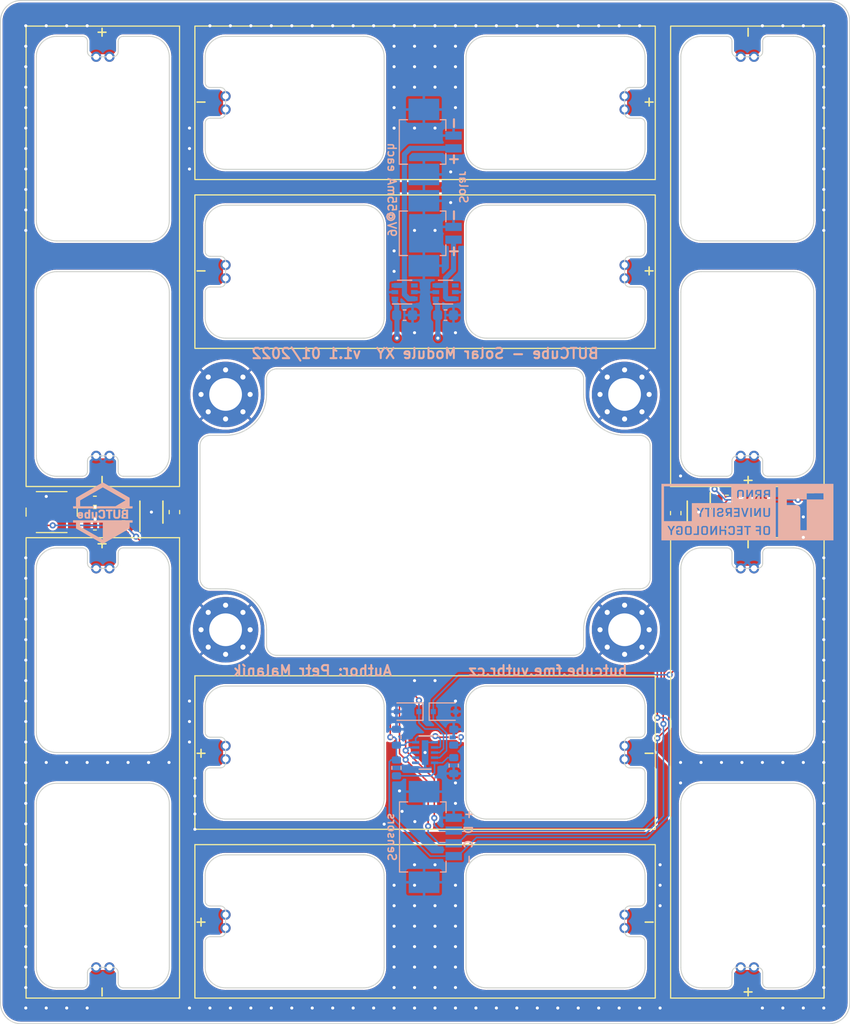
<source format=kicad_pcb>
(kicad_pcb (version 20211014) (generator pcbnew)

  (general
    (thickness 1.004)
  )

  (paper "A4")
  (title_block
    (title "BUTCube - Solar module XY")
    (date "2021-06-01")
    (rev "v1.0")
    (company "VUT")
    (comment 1 "Author: Petr Malaník")
  )

  (layers
    (0 "F.Cu" signal)
    (31 "B.Cu" signal)
    (34 "B.Paste" user)
    (35 "F.Paste" user)
    (36 "B.SilkS" user "B.Silkscreen")
    (37 "F.SilkS" user "F.Silkscreen")
    (38 "B.Mask" user)
    (39 "F.Mask" user)
    (40 "Dwgs.User" user "User.Drawings")
    (41 "Cmts.User" user "User.Comments")
    (42 "Eco1.User" user "User.Eco1")
    (43 "Eco2.User" user "User.Eco2")
    (44 "Edge.Cuts" user)
    (45 "Margin" user)
    (46 "B.CrtYd" user "B.Courtyard")
    (47 "F.CrtYd" user "F.Courtyard")
    (48 "B.Fab" user)
    (49 "F.Fab" user)
    (50 "User.1" user)
    (51 "User.2" user)
  )

  (setup
    (stackup
      (layer "F.SilkS" (type "Top Silk Screen"))
      (layer "F.Paste" (type "Top Solder Paste"))
      (layer "F.Mask" (type "Top Solder Mask") (color "Blue") (thickness 0.01))
      (layer "F.Cu" (type "copper") (thickness 0.017))
      (layer "dielectric 1" (type "core") (thickness 0.95) (material "FR4") (epsilon_r 4.5) (loss_tangent 0.02))
      (layer "B.Cu" (type "copper") (thickness 0.017))
      (layer "B.Mask" (type "Bottom Solder Mask") (color "Blue") (thickness 0.01))
      (layer "B.Paste" (type "Bottom Solder Paste"))
      (layer "B.SilkS" (type "Bottom Silk Screen"))
      (copper_finish "ENIG")
      (dielectric_constraints no)
    )
    (pad_to_mask_clearance 0)
    (pcbplotparams
      (layerselection 0x00010f0_ffffffff)
      (disableapertmacros false)
      (usegerberextensions true)
      (usegerberattributes true)
      (usegerberadvancedattributes true)
      (creategerberjobfile false)
      (svguseinch false)
      (svgprecision 6)
      (excludeedgelayer true)
      (plotframeref false)
      (viasonmask false)
      (mode 1)
      (useauxorigin false)
      (hpglpennumber 1)
      (hpglpenspeed 20)
      (hpglpendiameter 15.000000)
      (dxfpolygonmode true)
      (dxfimperialunits true)
      (dxfusepcbnewfont true)
      (psnegative false)
      (psa4output false)
      (plotreference false)
      (plotvalue false)
      (plotinvisibletext false)
      (sketchpadsonfab false)
      (subtractmaskfromsilk false)
      (outputformat 1)
      (mirror false)
      (drillshape 0)
      (scaleselection 1)
      (outputdirectory "gerbers")
    )
  )

  (net 0 "")
  (net 1 "Net-(SC1-Pad2)")
  (net 2 "Net-(SC3-Pad2)")
  (net 3 "VCC")
  (net 4 "/SDA")
  (net 5 "/SCL")
  (net 6 "/Solar_unit_1/OUT")
  (net 7 "/Solar_unit_2/OUT")
  (net 8 "/PH_1")
  (net 9 "Net-(R2-Pad2)")
  (net 10 "Net-(R4-Pad2)")
  (net 11 "Net-(R6-Pad2)")
  (net 12 "/PH_2")
  (net 13 "Net-(R10-Pad1)")
  (net 14 "Net-(R11-Pad2)")
  (net 15 "Net-(R13-Pad2)")
  (net 16 "unconnected-(U1-Pad3)")
  (net 17 "unconnected-(U2-Pad3)")
  (net 18 "Net-(R15-Pad2)")
  (net 19 "unconnected-(U3-Pad6)")
  (net 20 "unconnected-(U3-Pad7)")
  (net 21 "Net-(SC5-Pad2)")
  (net 22 "Net-(SC7-Pad2)")
  (net 23 "GND")
  (net 24 "Net-(SC2-Pad2)")
  (net 25 "Net-(C3-Pad1)")
  (net 26 "Net-(C4-Pad1)")
  (net 27 "Net-(SC6-Pad2)")

  (footprint "TCY_passives:R_0603_1608Metric" (layer "F.Cu") (at 117.225 94.1 180))

  (footprint "Package_DFN_QFN:DFN-8-1EP_3x2mm_P0.5mm_EP1.3x1.5mm" (layer "F.Cu") (at 176.25 94 -90))

  (footprint "TCY_solar:SM141K04LV" (layer "F.Cu") (at 149.5 54 180))

  (footprint "TCY_smd_leds:VEMD5160X" (layer "F.Cu") (at 186 94.1 -90))

  (footprint "MountingHole:MountingHole_3.2mm_M3_Pad_Via" (layer "F.Cu") (at 169 82.5))

  (footprint "TCY_passives:R_0603_1608Metric" (layer "F.Cu") (at 179 94))

  (footprint "TCY_solar:SM141K04LV" (layer "F.Cu") (at 149.5 117.5))

  (footprint "TCY_passives:R_0603_1608Metric" (layer "F.Cu") (at 179 92.8))

  (footprint "TCY_solar:SM141K04LV" (layer "F.Cu") (at 118 69 -90))

  (footprint "MountingHole:MountingHole_3.2mm_M3_Pad_Via" (layer "F.Cu") (at 130 105.5))

  (footprint "TCY_passives:R_0603_1608Metric" (layer "F.Cu") (at 117.225 92.9 180))

  (footprint "TCY_passives:R_0603_1608Metric" (layer "F.Cu") (at 120.025 92.9 180))

  (footprint "TCY_passives:R_0603_1608Metric" (layer "F.Cu") (at 181.8 92.8))

  (footprint "TCY_passives:R_0603_1608Metric" (layer "F.Cu") (at 181.8 95.2))

  (footprint "Resistor_SMD:R_0603_1608Metric" (layer "F.Cu") (at 174 94.1 90))

  (footprint "TCY_passives:R_0603_1608Metric" (layer "F.Cu") (at 120.025 94.1 180))

  (footprint "TCY_solar:SM141K04LV" (layer "F.Cu") (at 149.5 70.5 180))

  (footprint "TCY_passives:R_0603_1608Metric" (layer "F.Cu") (at 117.225 95.3 180))

  (footprint "TCY_passives:R_0603_1608Metric" (layer "F.Cu") (at 120.025 95.3 180))

  (footprint "TCY_solar:SM141K04LV" (layer "F.Cu") (at 149.5 134))

  (footprint "TCY_solar:SM141K04LV" (layer "F.Cu") (at 181 119 90))

  (footprint "Package_DFN_QFN:DFN-8-1EP_3x2mm_P0.5mm_EP1.3x1.5mm" (layer "F.Cu") (at 122.75 94 90))

  (footprint "TCY_solar:SM141K04LV" (layer "F.Cu") (at 181 69 90))

  (footprint "MountingHole:MountingHole_3.2mm_M3_Pad_Via" (layer "F.Cu") (at 169 105.5))

  (footprint "TCY_solar:SM141K04LV" (layer "F.Cu") (at 118 119 -90))

  (footprint "MountingHole:MountingHole_3.2mm_M3_Pad_Via" (layer "F.Cu") (at 130 82.5))

  (footprint "TCY_passives:R_0603_1608Metric" (layer "F.Cu") (at 181.8 94))

  (footprint "TCY_smd_leds:VEMD5160X" (layer "F.Cu") (at 113 94 90))

  (footprint "Resistor_SMD:R_0603_1608Metric" (layer "F.Cu") (at 125 94 -90))

  (footprint "TCY_passives:R_0603_1608Metric" (layer "F.Cu") (at 179 95.2))

  (footprint "TCY_connectors:Amphenol_10114830-11103LF_1x04_P1.25mm_Horizontal" (layer "B.Cu") (at 149.25 125.75 90))

  (footprint "Capacitor_SMD:C_0603_1608Metric" (layer "B.Cu") (at 151.5 74.75))

  (footprint "TCY_passives:C_0603_1608Metric" (layer "B.Cu") (at 152.3 116 90))

  (footprint "Diode_SMD:D_SOD-323F" (layer "B.Cu") (at 147.8 113.5 180))

  (footprint "Capacitor_SMD:C_0603_1608Metric" (layer "B.Cu") (at 147.5 74.75))

  (footprint "TCY_passives:C_0603_1608Metric" (layer "B.Cu") (at 146.7 116 90))

  (footprint "Package_TO_SOT_SMD:SOT-363_SC-70-6" (layer "B.Cu") (at 151.5 72.5))

  (footprint "TCY_passives:R_0603_1608Metric" (layer "B.Cu") (at 152.3 118.775 -90))

  (footprint "TCY_passives:R_0603_1608Metric" (layer "B.Cu") (at 146.7 119 -90))

  (footprint "TCY_connectors:Amphenol_10114830-11102LF_1x02_P1.25mm_Horizontal" (layer "B.Cu") (at 151.48 57.825 90))

  (footprint "LOGO" (layer "B.Cu") (at 118 94.1 180))

  (footprint "Package_DFN_QFN:DFN-10-1EP_2x3mm_P0.5mm_EP0.64x2.4mm" (layer "B.Cu") (at 149.5 117.5 180))

  (footprint "LOGO" (layer "B.Cu")
    (tedit 0) (tstamp cd74d053-e62a-45a3-9f24-631862f85655)
    (at 181 94 180)
    (attr board_only exclude_from_pos_files exclude_from_bom)
    (fp_text reference "G***" (at 0 0) (layer "B.SilkS") hide
      (effects (font (size 1.524 1.524) (thickness 0.3)) (justify mirror))
      (tstamp 7de04273-7eda-4419-ad6c-938bfee9f2d2)
    )
    (fp_text value "LOGO" (at 0.75 0) (layer "B.SilkS") hide
      (effects (font (size 1.524 1.524) (thickness 0.3)) (justify mirror))
      (tstamp f42c2843-70f0-463a-bc38-eee11dd73b5f)
    )
    (fp_poly (pts
        (xy -1.805083 -1.486763)
        (xy -1.790376 -1.487412)
        (xy -1.778783 -1.488622)
        (xy -1.769512 -1.490523)
        (xy -1.761769 -1.493249)
        (xy -1.754761 -1.49693)
        (xy -1.747693 -1.5017)
        (xy -1.739773 -1.507689)
        (xy -1.736837 -1.509955)
        (xy -1.720168 -1.522815)
        (xy -1.720168 -1.792278)
        (xy -1.720187 -1.841849)
        (xy -1.720246 -1.885461)
        (xy -1.720349 -1.923444)
        (xy -1.720503 -1.956128)
        (xy -1.72071 -1.983844)
        (xy -1.720977 -2.006923)
        (xy -1.721308 -2.025694)
        (xy -1.721708 -2.040488)
        (xy -1.722181 -2.051635)
        (xy -1.722732 -2.059466)
        (xy -1.723365 -2.064311)
        (xy -1.724087 -2.066499)
        (xy -1.724099 -2.066515)
        (xy -1.733604 -2.075597)
        (xy -1.746486 -2.084841)
        (xy -1.760121 -2.092524)
        (xy -1.7695 -2.096298)
        (xy -1.77534 -2.097605)
        (xy -1.783609 -2.098627)
        (xy -1.794951 -2.099387)
        (xy -1.810012 -2.099907)
        (xy -1.829436 -2.10021)
        (xy -1.853869 -2.100317)
        (xy -1.883408 -2.100254)
        (xy -1.909037 -2.10007)
        (xy -1.933722 -2.099755)
        (xy -1.956466 -2.099333)
        (xy -1.976272 -2.098825)
        (xy -1.992143 -2.098256)
        (xy -2.003082 -2.097649)
        (xy -2.005628 -2.097425)
        (xy -2.025945 -2.093275)
        (xy -2.041712 -2.085351)
        (xy -2.053697 -2.073245)
        (xy -2.055312 -2.070896)
        (xy -2.057599 -2.064061)
        (xy -2.059602 -2.051011)
        (xy -2.06132 -2.031816)
        (xy -2.062751 -2.006545)
        (xy -2.063892 -1.975266)
        (xy -2.064742 -1.938049)
        (xy -2.065298 -1.894962)
        (xy -2.065559 -1.846074)
        (xy -2.065523 -1.791455)
        (xy -2.065211 -1.734496)
        (xy -2.064886 -1.693409)
        (xy -2.064551 -1.658124)
        (xy -2.064177 -1.628153)
        (xy -2.063731 -1.603007)
        (xy -2.063182 -1.5822)
        (xy -2.062501 -1.565244)
        (xy -2.061656 -1.55165)
        (xy -2.060616 -1.54093)
        (xy -2.05935 -1.532598)
        (xy -2.057827 -1.526164)
        (xy -2.056017 -1.521142)
        (xy -2.053888 -1.517044)
        (xy -2.051409 -1.513381)
        (xy -2.051166 -1.513054)
        (xy -2.046508 -1.507384)
        (xy -2.041344 -1.502631)
        (xy -2.035097 -1.498707)
        (xy -2.027189 -1.495528)
        (xy -2.017046 -1.493007)
        (xy -2.004089 -1.491057)
        (xy -1.987742 -1.489593)
        (xy -1.967428 -1.488528)
        (xy -1.942572 -1.487776)
        (xy -1.912596 -1.487251)
        (xy -1.876923 -1.486867)
        (xy -1.875833 -1.486858)
        (xy -1.847018 -1.486618)
        (xy -1.8237 -1.486542)
      ) (layer "B.SilkS") (width 0) (fill solid) (tstamp 0ece2b87-02c1-4250-9204-efdee0b5a9d0))
    (fp_poly (pts
        (xy -1.101442 2.040263)
        (xy -1.06855 2.039959)
        (xy -1.041306 2.039646)
        (xy -1.019073 2.039242)
        (xy -1.00121 2.038667)
        (xy -0.987077 2.037841)
        (xy -0.976036 2.036682)
        (xy -0.967446 2.03511)
        (xy -0.960668 2.033045)
        (xy -0.955063 2.030406)
        (xy -0.94999 2.027113)
        (xy -0.94481 2.023084)
        (xy -0.941113 2.020057)
        (xy -0.933885 2.013947)
        (xy -0.928251 2.008304)
        (xy -0.923999 2.002257)
        (xy -0.920914 1.994933)
        (xy -0.918785 1.98546)
        (xy -0.917398 1.972966)
        (xy -0.916539 1.956579)
        (xy -0.915995 1.935427)
        (xy -0.915667 1.915984)
        (xy -0.915368 1.885272)
        (xy -0.915579 1.860138)
        (xy -0.916389 1.839886)
        (xy -0.917887 1.823817)
        (xy -0.920162 1.811236)
        (xy -0.923302 1.801445)
        (xy -0.927397 1.793747)
        (xy -0.931964 1.788041)
        (xy -0.93619 1.783767)
        (xy -0.94049 1.780201)
        (xy -0.945454 1.777274)
        (xy -0.951675 1.774914)
        (xy -0.959744 1.77305)
        (xy -0.970253 1.771612)
        (xy -0.983793 1.770528)
        (xy -1.000957 1.769729)
        (xy -1.022337 1.769142)
        (xy -1.048523 1.768699)
        (xy -1.080108 1.768327)
        (xy -1.098298 1.768143)
        (xy -1.22959 1.766856)
        (xy -1.22959 2.041424)
      ) (layer "B.SilkS") (width 0) (fill solid) (tstamp 311a70eb-5859-4da6-8fe4-344b06368e0f))
    (fp_poly (pts
        (xy 5.798927 -1.48589)
        (xy 5.824815 -1.485977)
        (xy 5.845789 -1.486262)
        (xy 5.862538 -1.486857)
        (xy 5.875751 -1.487876)
        (xy 5.886115 -1.489433)
        (xy 5.894319 -1.49164)
        (xy 5.90105 -1.494612)
        (xy 5.906997 -1.498462)
        (xy 5.912849 -1.503304)
        (xy 5.919292 -1.50925)
        (xy 5.921464 -1.511286)
        (xy 5.937254 -1.526055)
        (xy 5.937254 -2.062423)
        (xy 5.919172 -2.078404)
        (xy 5.908772 -2.08676)
        (xy 5.898489 -2.093653)
        (xy 5.890452 -2.097665)
        (xy 5.890083 -2.097784)
        (xy 5.883861 -2.098748)
        (xy 5.872291 -2.099633)
        (xy 5.856314 -2.100426)
        (xy 5.83687 -2.101114)
        (xy 5.814901 -2.101684)
        (xy 5.791347 -2.102122)
        (xy 5.767149 -2.102415)
        (xy 5.743249 -2.102552)
        (xy 5.720586 -2.102517)
        (xy 5.700103 -2.102299)
        (xy 5.68274 -2.101884)
        (xy 5.669437 -2.101259)
        (xy 5.665134 -2.100916)
        (xy 5.649417 -2.099011)
        (xy 5.637808 -2.096201)
        (xy 5.628122 -2.091517)
        (xy 5.618179 -2.083988)
        (xy 5.609611 -2.076238)
        (xy 5.594478 -2.062083)
        (xy 5.594478 -1.526107)
        (xy 5.611089 -1.510397)
        (xy 5.617533 -1.50438)
        (xy 5.623381 -1.499439)
        (xy 5.629308 -1.495466)
        (xy 5.635988 -1.492358)
        (xy 5.644096 -1.490007)
        (xy 5.654309 -1.488307)
        (xy 5.6673 -1.487154)
        (xy 5.683746 -1.486441)
        (xy 5.704321 -1.486063)
        (xy 5.7297 -1.485913)
        (xy 5.760559 -1.485886)
        (xy 5.767438 -1.485886)
      ) (layer "B.SilkS") (width 0) (fill solid) (tstamp 3fcf515a-b2e5-4769-a263-706606d34687))
    (fp_poly (pts
        (xy -1.94423 2.04012)
        (xy -1.910262 2.039691)
        (xy -1.882109 2.039196)
        (xy -1.859297 2.038615)
        (xy -1.84135 2.037928)
        (xy -1.827795 2.037115)
        (xy -1.818157 2.036158)
        (xy -1.811962 2.035037)
        (xy -1.810501 2.034595)
        (xy -1.79687 2.027731)
        (xy -1.784377 2.017856)
        (xy -1.774779 2.006595)
        (xy -1.770317 1.997507)
        (xy -1.769085 1.989661)
        (xy -1.768231 1.975876)
        (xy -1.767763 1.956491)
        (xy -1.767693 1.931847)
        (xy -1.767887 1.911433)
        (xy -1.768243 1.887767)
        (xy -1.768628 1.86955)
        (xy -1.769118 1.855943)
        (xy -1.769791 1.846106)
        (xy -1.770725 1.8392)
        (xy -1.771995 1.834384)
        (xy -1.773679 1.83082)
        (xy -1.77553 1.828098)
        (xy -1.780474 1.822236)
        (xy -1.786193 1.817309)
        (xy -1.793247 1.813237)
        (xy -1.802192 1.80994)
        (xy -1.813585 1.807341)
        (xy -1.827985 1.805359)
        (xy -1.845949 1.803917)
        (xy -1.868034 1.802934)
        (xy -1.894798 1.802332)
        (xy -1.926798 1.802033)
        (xy -1.959954 1.801955)
        (xy -2.066089 1.801932)
        (xy -2.066089 2.041443)
      ) (layer "B.SilkS") (width 0) (fill solid) (tstamp 437daa66-7365-482e-804c-8098c6a0905c))
    (fp_poly (pts
        (xy 1.755547 0.278042)
        (xy 1.798042 0.277029)
        (xy 1.83566 0.275778)
        (xy 1.868162 0.274306)
        (xy 1.895308 0.272625)
        (xy 1.916858 0.27075)
        (xy 1.932575 0.268697)
        (xy 1.941498 0.26672)
        (xy 1.956745 0.258741)
        (xy 1.968673 0.246145)
        (xy 1.975553 0.231759)
        (xy 1.976913 0.223815)
        (xy 1.977995 0.210747)
        (xy 1.978799 0.193714)
        (xy 1.979326 0.173874)
        (xy 1.979576 0.152387)
        (xy 1.97955 0.13041)
        (xy 1.979246 0.109105)
        (xy 1.978666 0.089628)
        (xy 1.977809 0.07314)
        (xy 1.976677 0.0608)
        (xy 1.975526 0.054533)
        (xy 1.971645 0.045318)
        (xy 1.965189 0.033737)
        (xy 1.957558 0.022299)
        (xy 1.943457 0.003145)
        (xy 1.808752 0.003145)
        (xy 1.780234 0.003192)
        (xy 1.753678 0.003328)
        (xy 1.72974 0.003542)
        (xy 1.709075 0.003823)
        (xy 1.692342 0.004163)
        (xy 1.680197 0.004551)
        (xy 1.673296 0.004976)
        (xy 1.671949 0.005241)
        (xy 1.671508 0.00873)
        (xy 1.671099 0.017856)
        (xy 1.670731 0.031965)
        (xy 1.670415 0.050405)
        (xy 1.670159 0.072522)
        (xy 1.669975 0.097665)
        (xy 1.669872 0.125179)
        (xy 1.669853 0.143539)
        (xy 1.669853 0.279741)
      ) (layer "B.SilkS") (width 0) (fill solid) (tstamp 70791199-43db-4ae1-bf3d-59e94aad8d59))
    (fp_poly (pts
        (xy 4.209143 -1.486055)
        (xy 4.232458 -1.48627)
        (xy 4.253659 -1.486599)
        (xy 4.271812 -1.487043)
        (xy 4.285983 -1.487602)
        (xy 4.295239 -1.488275)
        (xy 4.29705 -1.488521)
        (xy 4.305715 -1.490587)
        (xy 4.31333 -1.494174)
        (xy 4.321629 -1.500345)
        (xy 4.332343 -1.510164)
        (xy 4.332429 -1.510246)
        (xy 4.352309 -1.529336)
        (xy 4.352309 -2.058442)
        (xy 4.335799 -2.074702)
        (xy 4.328459 -2.081813)
        (xy 4.321875 -2.087538)
        (xy 4.315274 -2.092036)
        (xy 4.307885 -2.095464)
        (xy 4.298936 -2.097979)
        (xy 4.287654 -2.099739)
        (xy 4.273269 -2.100899)
        (xy 4.255006 -2.101618)
        (xy 4.232096 -2.102053)
        (xy 4.203765 -2.102362)
        (xy 4.19979 -2.102399)
        (xy 4.174601 -2.102552)
        (xy 4.150183 -2.102545)
        (xy 4.127601 -2.102388)
        (xy 4.107923 -2.102096)
        (xy 4.092216 -2.101678)
        (xy 4.081546 -2.101149)
        (xy 4.08029 -2.101047)
        (xy 4.064543 -2.09923)
        (xy 4.052813 -2.096413)
        (xy 4.042976 -2.091612)
        (xy 4.032909 -2.083846)
        (xy 4.022898 -2.074484)
        (xy 4.006389 -2.058442)
        (xy 4.006389 -1.529336)
        (xy 4.026307 -1.51021)
        (xy 4.039193 -1.49878)
        (xy 4.049666 -1.491772)
        (xy 4.05854 -1.488485)
        (xy 4.065159 -1.487776)
        (xy 4.077133 -1.487184)
        (xy 4.093528 -1.486707)
        (xy 4.113411 -1.486346)
        (xy 4.135847 -1.486101)
        (xy 4.159904 -1.48597)
        (xy 4.184647 -1.485955)
      ) (layer "B.SilkS") (width 0) (fill solid) (tstamp 72635b6d-f5d1-44fe-86b5-9bebc2da5d46))
    (fp_poly (pts
        (xy 8.399579 -2.764219)
        (xy -8.415303 -2.764219)
        (xy -8.415303 -2.515785)
        (xy -3.000074 -2.515785)
        (xy -2.779943 -2.515785)
        (xy -2.779943 -2.235904)
        (xy -1.323932 -2.235904)
        (xy -1.17613 -2.235904)
        (xy -1.17613 -1.855392)
        (xy -0.831782 -1.855396)
        (xy -0.834339 -1.793349)
        (xy -0.835202 -1.774242)
        (xy -0.836109 -1.757355)
        (xy -0.836995 -1.743667)
        (xy -0.837796 -1.734159)
        (xy -0.838447 -1.729811)
        (xy -0.838527 -1.729666)
        (xy -0.841901 -1.729304)
        (xy -0.850955 -1.728892)
        (xy -0.86508 -1.728442)
        (xy -0.883668 -1.727971)
        (xy -0.90611 -1.72749)
        (xy -0.931796 -1.727014)
        (xy -0.960119 -1.726558)
        (xy -0.990469 -1.726135)
        (xy -0.994778 -1.72608)
        (xy -1.025849 -1.725683)
        (xy -1.055378 -1.725297)
        (xy -1.082694 -1.724931)
        (xy -1.107124 -1.724594)
        (xy -1.127997 -1.724295)
        (xy -1.144642 -1.724045)
        (xy -1.156387 -1.723853)
        (xy -1.162561 -1.723727)
        (xy -1.162765 -1.723721)
        (xy -1.17613 -1.723313)
        (xy -1.17613 -1.484313)
        (xy -0.814486 -1.484313)
        (xy -0.814486 -1.355379)
        (xy -1.323932 -1.355379)
        (xy -1.323932 -2.235904)
        (xy -2.779943 -2.235904)
        (xy -2.779943 -1.798501)
        (xy -2.219919 -1.798501)
        (xy -2.219809 -1.835785)
        (xy -2.21957 -1.871984)
        (xy -2.219202 -1.906177)
        (xy -2.218705 -1.937442)
        (xy -2.218079 -1.964857)
        (xy -2.217324 -1.987501)
        (xy -2.21712 -1.992187)
        (xy -2.215226 -2.02606)
        (xy -2.212739 -2.054525)
        (xy -2.209371 -2.078455)
        (xy -2.204831 -2.098723)
        (xy -2.198833 -2.116204)
        (xy -2.191087 -2.131771)
        (xy -2.181303 -2.146298)
        (xy -2.169195 -2.160659)
        (xy -2.15741 -2.172841)
        (xy -2.144922 -2.184801)
        (xy -2.133025 -2.195076)
        (xy -2.121144 -2.203785)
        (xy -2.108707 -2.211046)
        (xy -2.095142 -2.21698)
        (xy -2.079874 -2.221703)
        (xy -2.062331 -2.225336)
        (xy -2.04194 -2.227996)
        (xy -2.018128 -2.229803)
        (xy -1.990321 -2.230876)
        (xy -1.957947 -2.231332)
        (xy -1.920433 -2.231292)
        (xy -1.877405 -2.230876)
        (xy -1.849059 -2.230456)
        (xy -1.821544 -2.229914)
        (xy -1.795766 -2.229276)
        (xy -1.772632 -2.228571)
        (xy -1.753049 -2.227826)
        (xy -1.737923 -2.227068)
        (xy -1.728162 -2.226327)
        (xy -1.72803 -2.226312)
        (xy -1.697676 -2.219914)
        (xy -1.668883 -2.20775)
        (xy -1.642258 -2.19027)
        (xy -1.618408 -2.167926)
        (xy -1.597941 -2.141169)
        (xy -1.586567 -2.121282)
        (xy -1.58085 -2.108996)
        (xy -1.577027 -2.0978)
        (xy -1.574462 -2.085294)
        (xy -1.57252 -2.069078)
        (xy -1.572383 -2.067661)
        (xy -1.571828 -2.058492)
        (xy -1.57133 -2.043668)
        (xy -1.570891 -2.023814)
        (xy -1.570511 -1.999555)
        (xy -1.570189 -1.971513)
        (xy -1.569926 -1.940315)
        (xy -1.56972 -1.906582)
        (xy -1.569574 -1.870941)
        (xy -1.569485 -1.834015)
        (xy -1.569455 -1.796428)
        (xy -1.569482 -1.758805)
        (xy -1.569568 -1.72177)
        (xy -1.569712 -1.685946)
        (xy -1.569914 -1.651959)
        (xy -1.570174 -1.620432)
        (xy -1.570492 -1.591989)
        (xy -1.570868 -1.567256)
        (xy -1.571302 -1.546855)
        (xy -1.571793 -1.531412)
        (xy -1.572343 -1.52155)
        (xy -1.572421 -1.520687)
        (xy -1.574856 -1.501579)
        (xy -1.578268 -1.486488)
        (xy -1.583199 -1.473158)
        (xy -1.584478 -1.470371)
        (xy -1.601322 -1.441259)
        (xy -1.62234 -1.415697)
        (xy -1.646794 -1.394262)
        (xy -1.673947 -1.377532)
        (xy -1.70306 -1.366083)
        (xy -1.723313 -1.361653)
        (xy -1.7339 -1.360561)
        (xy -1.749881 -1.359559)
        (xy -1.770363 -1.358658)
        (xy -1.794449 -1.357867)
        (xy -1.821245 -1.357197)
        (xy -1.849857 -1.356656)
        (xy -1.879391 -1.356256)
        (xy -1.90895 -1.356006)
        (xy -1.937642 -1.355916)
        (xy -1.964571 -1.355995)
        (xy -1.988842 -1.356255)
        (xy -2.009561 -1.356705)
        (xy -2.025834 -1.357354)
        (xy -2.036396 -1.35817)
        (xy -2.067999 -1.363362)
        (xy -2.095013 -1.371411)
        (xy -2.118745 -1.382993)
        (xy -2.140504 -1.398779)
        (xy -2.1616 -1.419446)
        (xy -2.166854 -1.425374)
        (xy -2.179631 -1.440958)
        (xy -2.189912 -1.455732)
        (xy -2.198016 -1.470707)
        (xy -2.204263 -1.486894)
        (xy -2.208971 -1.505305)
        (xy -2.21246 -1.526949)
        (xy -2.215048 -1.55284)
        (xy -2.217055 -1.583986)
        (xy -2.217085 -1.584554)
        (xy -2.217876 -1.603627)
        (xy -2.218538 -1.628065)
        (xy -2.219071 -1.656949)
        (xy -2.219476 -1.689356)
        (xy -2.219753 -1.724365)
        (xy -2.2199 -1.761054)
        (xy -2.219919 -1.798501)
        (xy -2.779943 -1.798501)
        (xy -2.779943 -1.352206)
        (xy -0.34592 -1.352206)
        (xy -0.34592 -1.484313)
        (xy -0.091197 -1.484313)
        (xy -0.091197 -2.232759)
        (xy 0.05658 -2.232759)
        (xy 0.471688 -2.232759)
        (xy 1.028327 -2.232759)
        (xy 2.069234 -2.232759)
        (xy 2.217036 -2.232759)
        (xy 2.217036 -1.855392)
        (xy 2.572391 -1.855392)
        (xy 2.572391 -2.232759)
        (xy 2.720193 -2.232759)
        (xy 2.959193 -2.232759)
        (xy 3.1154 -2.232759)
        (xy 3.117487 -2.062426)
        (xy 3.117915 -2.024944)
        (xy 3.118313 -1.985034)
        (xy 3.118672 -1.943971)
        (xy 3.118984 -1.903029)
        (xy 3.119239 -1.863483)
        (xy 3.119428 -1.826605)
        (xy 3.119543 -1.793672)
        (xy 3.119574 -1.769966)
        (xy 3.119633 -1.742951)
        (xy 3.1198 -1.718013)
        (xy 3.120062 -1.695825)
        (xy 3.120407 -1.677064)
        (xy 3.12082 -1.662405)
        (xy 3.121291 -1.652522)
        (xy 3.121804 -1.64809)
        (xy 3.121933 -1.647913)
        (xy 3.123787 -1.650592)
        (xy 3.128563 -1.658373)
        (xy 3.136053 -1.670902)
        (xy 3.146051 -1.687823)
        (xy 3.158349 -1.708781)
        (xy 3.172742 -1.733423)
        (xy 3.189022 -1.761394)
        (xy 3.206982 -1.792338)
        (xy 3.226416 -1.825902)
        (xy 3.247117 -1.861731)
        (xy 3.268878 -1.899469)
        (xy 3.290807 -1.937569)
        (xy 3.313421 -1.976854)
        (xy 3.335195 -2.014593)
        (xy 3.355919 -2.05043)
        (xy 3.375385 -2.084008)
        (xy 3.393384 -2.11497)
        (xy 3.409708 -2.142959)
        (xy 3.424149 -2.167618)
        (xy 3.436498 -2.188592)
        (xy 3.446547 -2.205522)
        (xy 3.454087 -2.218052)
        (xy 3.458909 -2.225825)
        (xy 3.460791 -2.228483)
        (xy 3.464811 -2.228971)
        (xy 3.474183 -2.22961)
        (xy 3.48797 -2.230353)
        (xy 3.505237 -2.231151)
        (xy 3.525049 -2.231955)
        (xy 3.536419 -2.232374)
        (xy 3.557361 -2.233129)
        (xy 3.576399 -2.233839)
        (xy 3.592565 -2.234465)
        (xy 3.604889 -2.23497)
        (xy 3.612401 -2.235315)
        (xy 3.614083 -2.235419)
        (xy 3.61485 -2.235254)
        (xy 3.615542 -2.234412)
        (xy 3.616164 -2.23259)
        (xy 3.616718 -2.229483)
        (xy 3.61721 -2.224787)
        (xy 3.617642 -2.218197)
        (xy 3.618019 -2.209408)
        (xy 3.618343 -2.198116)
        (xy 3.61862 -2.184017)
        (xy 3.618853 -2.166806)
        (xy 3.619045 -2.146179)
        (xy 3.619201 -2.12183)
        (xy 3.619324 -2.093457)
        (xy 3.619418 -2.060753)
        (xy 3.619487 -2.023415)
        (xy 3.619534 -1.981138)
        (xy 3.619564 -1.933617)
        (xy 3.61958 -1.880549)
        (xy 3.619586 -1.821628)
        (xy 3.619587 -1.794069)
        (xy 3.619587 -1.708001)
        (xy 3.850509 -1.708001)
        (xy 3.850581 -1.740884)
        (xy 3.850781 -1.775456)
        (xy 3.851099 -1.811049)
        (xy 3.851527 -1.846994)
        (xy 3.852053 -1.882622)
        (xy 3.852669 -1.917264)
        (xy 3.853365 -1.95025)
        (xy 3.85413 -1.980914)
        (xy 3.854954 -2.008584)
        (xy 3.855829 -2.032593)
        (xy 3.856744 -2.052272)
        (xy 3.857689 -2.066951)
        (xy 3.858586 -2.075523)
        (xy 3.865846 -2.10334)
        (xy 3.878588 -2.130261)
        (xy 3.896006 -2.155485)
        (xy 3.917293 -2.178215)
        (xy 3.941641 -2.19765)
        (xy 3.968246 -2.21299)
        (xy 3.996299 -2.223438)
        (xy 4.011106 -2.226658)
        (xy 4.029429 -2.228948)
        (xy 4.053004 -2.230805)
        (xy 4.080806 -2.23222)
        (xy 4.111811 -2.233184)
        (xy 4.144995 -2.233688)
        (xy 4.179334 -2.233723)
        (xy 4.213803 -2.233279)
        (xy 4.232577 -2.232759)
        (xy 4.739111 -2.232759)
        (xy 5.257992 -2.232759)
        (xy 5.257992 -2.103877)
        (xy 4.89792 -2.102253)
        (xy 4.89719 -1.759617)
        (xy 5.438951 -1.759617)
        (xy 5.438973 -1.807351)
        (xy 5.438973 -1.808221)
        (xy 5.439133 -2.08024)
        (xy 5.456019 -2.110115)
        (xy 5.471438 -2.136414)
        (xy 5.485234 -2.157607)
        (xy 5.498065 -2.17445)
        (xy 5.510591 -2.187696)
        (xy 5.523471 -2.1981)
        (xy 5.537365 -2.206418)
        (xy 5.5422 -2.208794)
        (xy 5.55818 -2.215046)
        (xy 5.577532 -2.22029)
        (xy 5.600594 -2.22455)
        (xy 5.627703 -2.227848)
        (xy 5.659198 -2.230205)
        (xy 5.695415 -2.231643)
        (xy 5.736691 -2.232185)
        (xy 5.783365 -2.231852)
        (xy 5.835774 -2.230668)
        (xy 5.863353 -2.229793)
        (xy 5.891175 -2.228738)
        (xy 5.913674 -2.227546)
        (xy 5.931816 -2.226008)
        (xy 5.946568 -2.22391)
        (xy 5.958896 -2.221042)
        (xy 5.969766 -2.217192)
        (xy 5.980144 -2.21215)
        (xy 5.990996 -2.205704)
        (xy 5.99985 -2.199939)
        (xy 6.02289 -2.183115)
        (xy 6.041842 -2.16563)
        (xy 6.057112 -2.146661)
        (xy 6.069106 -2.125389)
        (xy 6.078229 -2.100992)
        (xy 6.084888 -2.072649)
        (xy 6.089488 -2.03954)
        (xy 6.091616 -2.014346)
        (xy 6.092262 -2.001209)
        (xy 6.092792 -1.98303)
        (xy 6.093211 -1.960452)
        (xy 6.093523 -1.93412)
        (xy 6.093731 -1.904678)
        (xy 6.09384 -1.872771)
        (xy 6.093849 -1.851429)
        (xy 6.330745 -1.851429)
        (xy 6.330898 -1.895266)
        (xy 6.331337 -1.934018)
        (xy 6.332088 -1.968087)
        (xy 6.333176 -1.997871)
        (xy 6.334625 -2.023772)
        (xy 6.336462 -2.04619)
        (xy 6.338711 -2.065526)
        (xy 6.341397 -2.082179)
        (xy 6.344545 -2.09655)
        (xy 6.348181 -2.10904)
        (xy 6.352329 -2.120049)
        (xy 6.354944 -2.125839)
        (xy 6.36191 -2.137126)
        (xy 6.372694 -2.150813)
        (xy 6.386023 -2.165603)
        (xy 6.400624 -2.180202)
        (xy 6.415225 -2.193316)
        (xy 6.428553 -2.203651)
        (xy 6.436063 -2.208336)
        (xy 6.460495 -2.218512)
        (xy 6.49051 -2.22581)
        (xy 6.5205 -2.229759)
        (xy 6.531636 -2.230403)
        (xy 6.547956 -2.230849)
        (xy 6.568512 -2.231112)
        (xy 6.592355 -2.231202)
        (xy 6.618535 -2.231132)
        (xy 6.646104 -2.230915)
        (xy 6.674113 -2.230561)
        (xy 6.701611 -2.230084)
        (xy 6.727651 -2.229496)
        (xy 6.751283 -2.228809)
        (xy 6.771558 -2.228034)
        (xy 6.787527 -2.227185)
        (xy 6.79824 -2.226273)
        (xy 6.798911 -2.226189)
        (xy 6.826764 -2.219517)
        (xy 6.853843 -2.207361)
        (xy 6.87933 -2.190525)
        (xy 6.90241 -2.169812)
        (xy 6.922268 -2.146027)
        (xy 6.938089 -2.119975)
        (xy 6.949057 -2.092461)
        (xy 6.953233 -2.073951)
        (xy 6.95401 -2.066039)
        (xy 6.954808 -2.052636)
        (xy 6.955602 -2.034542)
        (xy 6.956364 -2.012554)
        (xy 6.957069 -1.987473)
        (xy 6.957689 -1.960095)
        (xy 6.958198 -1.93122)
        (xy 6.958369 -1.919072)
        (xy 6.960104 -1.786208)
        (xy 6.635384 -1.786208)
        (xy 6.635384 -1.918286)
        (xy 6.811489 -1.918286)
        (xy 6.811378 -1.939513)
        (xy 6.810877 -1.962985)
        (xy 6.809691 -1.986317)
        (xy 6.807938 -2.008355)
        (xy 6.805733 -2.027946)
        (xy 6.803193 -2.043937)
        (xy 6.800433 -2.055172)
        (xy 6.799495 -2.057638)
        (xy 6.791935 -2.069532)
        (xy 6.780533 -2.081574)
        (xy 6.76738 -2.091822)
        (xy 6.756356 -2.097685)
        (xy 6.750647 -2.098667)
        (xy 6.739608 -2.099474)
        (xy 6.724198 -2.100108)
        (xy 6.705372 -2.100568)
        (xy 6.684089 -2.100856)
        (xy 6.661306 -2.100972)
        (xy 6.637981 -2.100916)
        (xy 6.61507 -2.100689)
        (xy 6.593532 -2.100291)
        (xy 6.574324 -2.099724)
        (xy 6.558402 -2.098986)
        (xy 6.546726 -2.098079)
        (xy 6.54287 -2.097577)
        (xy 6.525169 -2.093097)
        (xy 6.511535 -2.085659)
        (xy 6.501372 -2.074534)
        (xy 6.494085 -2.058995)
        (xy 6.489078 -2.038313)
        (xy 6.487827 -2.030251)
        (xy 6.487146 -2.022053)
        (xy 6.486539 -2.008231)
        (xy 6.486008 -1.98945)
        (xy 6.485552 -1.966374)
        (xy 6.485171 -1.93967)
        (xy 6.484865 -1.91)
        (xy 6.484635 -1.878032)
        (xy 6.48448 -1.844429)
        (xy 6.484401 -1.809856)
        (xy 6.484398 -1.774979)
        (xy 6.484471 -1.740462)
        (xy 6.48462 -1.70697)
        (xy 6.484846 -1.675168)
        (xy 6.485147 -1.645721)
        (xy 6.485526 -1.619294)
        (xy 6.485981 -1.596553)
        (xy 6.486513 -1.578161)
        (xy 6.487122 -1.564783)
        (xy 6.487726 -1.557656)
        (xy 6.491779 -1.536035)
        (xy 6.497705 -1.519634)
        (xy 6.505999 -1.507537)
        (xy 6.517152 -1.498827)
        (xy 6.520314 -1.497137)
        (xy 6.525178 -1.494851)
        (xy 6.530082 -1.493036)
        (xy 6.535856 -1.491606)
        (xy 6.543331 -1.490475)
        (xy 6.553339 -1.489558)
        (xy 6.566709 -1.48877)
        (xy 6.584272 -1.488023)
        (xy 6.606859 -1.487234)
        (xy 6.620878 -1.486778)
        (xy 6.654018 -1.485811)
        (xy 6.681559 -1.485288)
        (xy 6.70418 -1.485293)
        (xy 6.722561 -1.485908)
        (xy 6.737381 -1.487214)
        (xy 6.749322 -1.489293)
        (xy 6.759061 -1.492227)
        (xy 6.767279 -1.496098)
        (xy 6.774656 -1.500989)
        (xy 6.780843 -1.506071)
        (xy 6.789708 -1.51505)
        (xy 6.796422 -1.525069)
        (xy 6.801408 -1.537302)
        (xy 6.805089 -1.552923)
        (xy 6.807885 -1.573105)
        (xy 6.809007 -1.584422)
        (xy 6.812759 -1.625826)
        (xy 6.959292 -1.625826)
        (xy 6.959251 -1.585731)
        (xy 6.957432 -1.546306)
        (xy 6.951962 -1.511319)
        (xy 6.942686 -1.479981)
        (xy 6.93551 -1.463181)
        (xy 6.920225 -1.437868)
        (xy 6.900167 -1.414713)
        (xy 6.876469 -1.39457)
        (xy 6.850264 -1.378293)
        (xy 6.822687 -1.366735)
        (xy 6.800483 -1.361474)
        (xy 6.789705 -1.360342)
        (xy 6.773588 -1.359314)
        (xy 6.769769 -1.359144)
        (xy 7.077168 -1.359144)
        (xy 7.077255 -1.361372)
        (xy 7.079318 -1.365654)
        (xy 7.084036 -1.3746)
        (xy 7.091454 -1.388291)
        (xy 7.101617 -1.406808)
        (xy 7.114572 -1.430235)
        (xy 7.130362 -1.458652)
        (xy 7.149035 -1.492143)
        (xy 7.170635 -1.530788)
        (xy 7.195209 -1.574671)
        (xy 7.222801 -1.623873)
        (xy 7.248615 -1.669852)
        (xy 7.266016 -1.70085)
        (xy 7.282611 -1.730437)
        (xy 7.298125 -1.758123)
        (xy 7.312283 -1.783418)
        (xy 7.324811 -1.805829)
        (xy 7.335435 -1.824867)
        (xy 7.34388 -1.84004)
        (xy 7.349872 -1.850858)
        (xy 7.353137 -1.856829)
        (xy 7.35354 -1.857594)
        (xy 7.354633 -1.860258)
        (xy 7.355561 -1.863952)
        (xy 7.356338 -1.869171)
        (xy 7.356976 -1.87641)
        (xy 7.357488 -1.886165)
        (xy 7.357889 -1.898929)
        (xy 7.35819 -1.915199)
        (xy 7.358405 -1.935469)
        (xy 7.358548 -1.960235)
        (xy 7.358631 -1.989991)
        (xy 7.358667 -2.025232)
        (xy 7.358673 -2.050209)
        (xy 7.358673 -2.232759)
        (xy 7.506475 -2.232759)
        (xy 7.506475 -1.865346)
        (xy 7.520113 -1.842286)
        (xy 7.524337 -1.835145)
        (xy 7.531408 -1.823193)
        (xy 7.540969 -1.807032)
        (xy 7.552663 -1.787264)
        (xy 7.566136 -1.764491)
        (xy 7.581031 -1.739316)
        (xy 7.596991 -1.71234)
        (xy 7.61366 -1.684166)
        (xy 7.620268 -1.672997)
        (xy 7.65086 -1.62126)
        (xy 7.678328 -1.574743)
        (xy 7.702774 -1.533265)
        (xy 7.724303 -1.49665)
        (xy 7.743019 -1.464718)
        (xy 7.759024 -1.437291)
        (xy 7.772424 -1.41419)
        (xy 7.783321 -1.395237)
        (xy 7.791819 -1.380252)
        (xy 7.798022 -1.369059)
        (xy 7.802033 -1.361477)
        (xy 7.803957 -1.357328)
        (xy 7.804133 -1.356384)
        (xy 7.80071 -1.35591)
        (xy 7.791875 -1.35536)
        (xy 7.778501 -1.354769)
        (xy 7.761464 -1.354173)
        (xy 7.741639 -1.353606)
        (xy 7.726112 -1.353236)
        (xy 7.649561 -1.351557)
        (xy 7.546347 -1.532718)
        (xy 7.528714 -1.56364)
        (xy 7.511998 -1.592897)
        (xy 7.496459 -1.620039)
        (xy 7.482357 -1.644618)
        (xy 7.469948 -1.666183)
        (xy 7.459493 -1.684284)
        (xy 7.451251 -1.698473)
        (xy 7.44548 -1.708299)
        (xy 7.44244 -1.713312)
        (xy 7.44203 -1.713879)
        (xy 7.440394 -1.711183)
        (xy 7.43604 -1.7034)
        (xy 7.429218 -1.690992)
        (xy 7.420177 -1.674418)
        (xy 7.409168 -1.654137)
        (xy 7.396438 -1.63061)
        (xy 7.382238 -1.604296)
        (xy 7.366817 -1.575655)
        (xy 7.350424 -1.545146)
        (xy 7.34398 -1.533137)
        (xy 7.247035 -1.352396)
        (xy 7.196719 -1.35233)
        (xy 7.175847 -1.352448)
        (xy 7.153685 -1.352818)
        (xy 7.132553 -1.353387)
        (xy 7.11477 -1.354101)
        (xy 7.110876 -1.35431)
        (xy 7.09542 -1.355308)
        (xy 7.08529 -1.356312)
        (xy 7.079526 -1.357524)
        (xy 7.077168 -1.359144)
        (xy 6.769769 -1.359144)
        (xy 6.75308 -1.358401)
        (xy 6.729131 -1.357615)
        (xy 6.70269 -1.356966)
        (xy 6.674706 -1.356466)
        (xy 6.646129 -1.356125)
        (xy 6.617907 -1.355954)
        (xy 6.59099 -1.355964)
        (xy 6.566327 -1.356166)
        (xy 6.544867 -1.356572)
        (xy 6.52756 -1.357191)
        (xy 6.515354 -1.358036)
        (xy 6.514185 -1.358164)
        (xy 6.482482 -1.363391)
        (xy 6.455329 -1.371538)
        (xy 6.431396 -1.383292)
        (xy 6.409352 -1.399343)
        (xy 6.387866 -1.420381)
        (xy 6.382559 -1.426347)
        (xy 6.373781 -1.436604)
        (xy 6.366106 -1.446177)
        (xy 6.359457 -1.455551)
        (xy 6.353755 -1.465211)
        (xy 6.348924 -1.475644)
        (xy 6.344885 -1.487335)
        (xy 6.34156 -1.500769)
        (xy 6.338871 -1.516433)
        (xy 6.336742 -1.534812)
        (xy 6.335093 -1.556392)
        (xy 6.333848 -1.581658)
        (xy 6.332928 -1.611096)
        (xy 6.332255 -1.645192)
        (xy 6.331752 -1.684432)
        (xy 6.33134 -1.7293)
        (xy 6.3312 -1.746898)
        (xy 6.330854 -1.802106)
        (xy 6.330745 -1.851429)
        (xy 6.093849 -1.851429)
        (xy 6.093854 -1.839043)
        (xy 6.093777 -1.804139)
        (xy 6.093613 -1.768703)
        (xy 6.093368 -1.73338)
        (xy 6.093044 -1.698815)
        (xy 6.092645 -1.665651)
        (xy 6.092177 -1.634533)
        (xy 6.091644 -1.606106)
        (xy 6.091048 -1.581014)
        (xy 6.090395 -1.559902)
        (xy 6.089689 -1.543415)
        (xy 6.088934 -1.532196)
        (xy 6.088472 -1.52834)
        (xy 6.081224 -1.495374)
        (xy 6.07092 -1.466796)
        (xy 6.056945 -1.441744)
        (xy 6.038686 -1.419359)
        (xy 6.015529 -1.398781)
        (xy 5.98686 -1.37915)
        (xy 5.978318 -1.374031)
        (xy 5.951405 -1.358293)
        (xy 5.773728 -1.359363)
        (xy 5.735392 -1.359607)
        (xy 5.702815 -1.359856)
        (xy 5.67547 -1.360126)
        (xy 5.652827 -1.360436)
        (xy 5.634357 -1.360804)
        (xy 5.61953 -1.361249)
        (xy 5.607817 -1.361789)
        (xy 5.598689 -1.362443)
        (xy 5.591618 -1.363228)
        (xy 5.586073 -1.364163)
        (xy 5.581525 -1.365266)
        (xy 5.578755 -1.366115)
        (xy 5.547047 -1.379748)
        (xy 5.518648 -1.398592)
        (xy 5.49382 -1.422355)
        (xy 5.472823 -1.450746)
        (xy 5.455918 -1.483474)
        (xy 5.444597 -1.515761)
        (xy 5.443581 -1.519647)
        (xy 5.442691 -1.523935)
        (xy 5.44192 -1.529045)
        (xy 5.441259 -1.535397)
        (xy 5.440701 -1.54341)
        (xy 5.440237 -1.553505)
        (xy 5.439859 -1.566102)
        (xy 5.439559 -1.581621)
        (xy 5.43933 -1.600482)
        (xy 5.439163 -1.623105)
        (xy 5.439049 -1.64991)
        (xy 5.438981 -1.681317)
        (xy 5.438952 -1.717746)
        (xy 5.438951 -1.759617)
        (xy 4.89719 -1.759617)
        (xy 4.896322 -1.352235)
        (xy 4.739111 -1.352235)
        (xy 4.739111 -2.232759)
        (xy 4.232577 -2.232759)
        (xy 4.24738 -2.232349)
        (xy 4.279039 -2.230922)
        (xy 4.304646 -2.229238)
        (xy 4.33439 -2.226262)
        (xy 4.35915 -2.222065)
        (xy 4.38019 -2.21612)
        (xy 4.398777 -2.207897)
        (xy 4.416177 -2.19687)
        (xy 4.433655 -2.18251)
        (xy 4.446888 -2.169921)
        (xy 4.465696 -2.149696)
        (xy 4.479626 -2.130715)
        (xy 4.48944 -2.111447)
        (xy 4.495905 -2.090359)
        (xy 4.499784 -2.065921)
        (xy 4.500043 -2.063397)
        (xy 4.500664 -2.053722)
        (xy 4.501218 -2.038403)
        (xy 4.501704 -2.018085)
        (xy 4.502123 -1.993414)
        (xy 4.502474 -1.965036)
        (xy 4.502757 -1.933594)
        (xy 4.502974 -1.899736)
        (xy 4.503122 -1.864105)
        (xy 4.503204 -1.827348)
        (xy 4.503218 -1.790109)
        (xy 4.503164 -1.753034)
        (xy 4.503043 -1.716768)
        (xy 4.502854 -1.681957)
        (xy 4.502598 -1.649246)
        (xy 4.502275 -1.619279)
        (xy 4.501885 -1.592703)
        (xy 4.501426 -1.570163)
        (xy 4.500901 -1.552303)
        (xy 4.500308 -1.53977)
        (xy 4.500035 -1.536201)
        (xy 4.496961 -1.509668)
        (xy 4.492793 -1.487981)
        (xy 4.486902 -1.469716)
        (xy 4.478661 -1.453447)
        (xy 4.467441 -1.437748)
        (xy 4.452614 -1.421194)
        (xy 4.44667 -1.415149)
        (xy 4.421809 -1.393563)
        (xy 4.395477 -1.377474)
        (xy 4.366256 -1.36609)
        (xy 4.352309 -1.362411)
        (xy 4.346087 -1.361115)
        (xy 4.33921 -1.36004)
        (xy 4.331065 -1.359166)
        (xy 4.321034 -1.358473)
        (xy 4.308503 -1.357943)
        (xy 4.292857 -1.357556)
        (xy 4.273479 -1.357294)
        (xy 4.249754 -1.357136)
        (xy 4.221066 -1.357065)
        (xy 4.186801 -1.35706)
        (xy 4.180921 -1.357064)
        (xy 4.13985 -1.357168)
        (xy 4.104789 -1.357419)
        (xy 4.075456 -1.357822)
        (xy 4.051575 -1.358385)
        (xy 4.032865 -1.359114)
        (xy 4.019047 -1.360016)
        (xy 4.009843 -1.361097)
        (xy 4.009805 -1.361103)
        (xy 3.981489 -1.368884)
        (xy 3.953623 -1.382347)
        (xy 3.927271 -1.400913)
        (xy 3.913383 -1.413511)
        (xy 3.895585 -1.43302)
        (xy 3.881811 -1.452828)
        (xy 3.870733 -1.4751)
        (xy 3.863265 -1.495104)
        (xy 3.860754 -1.502921)
        (xy 3.85875 -1.510297)
        (xy 3.857159 -1.518146)
        (xy 3.855887 -1.527379)
        (xy 3.854838 -1.538911)
        (xy 3.853918 -1.553653)
        (xy 3.853034 -1.572518)
        (xy 3.85209 -1.596418)
        (xy 3.851705 -1.606742)
        (xy 3.851165 -1.626178)
        (xy 3.850791 -1.649979)
        (xy 3.850576 -1.677476)
        (xy 3.850509 -1.708001)
        (xy 3.619587 -1.708001)
        (xy 3.619587 -1.352235)
        (xy 3.463347 -1.352235)
        (xy 3.461276 -1.414062)
        (xy 3.460867 -1.429331)
        (xy 3.46047 -1.450026)
        (xy 3.460092 -1.475281)
        (xy 3.459742 -1.504232)
        (xy 3.459431 -1.536016)
        (xy 3.459167 -1.569769)
        (xy 3.45896 -1.604625)
        (xy 3.458817 -1.63972)
        (xy 3.458787 -1.650704)
        (xy 3.45867 -1.685666)
        (xy 3.458489 -1.720637)
        (xy 3.458253 -1.754757)
        (xy 3.457971 -1.787165)
        (xy 3.457651 -1.817001)
        (xy 3.457302 -1.843403)
        (xy 3.456933 -1.865512)
        (xy 3.456551 -1.882467)
        (xy 3.456429 -1.886656)
        (xy 3.454488 -1.947796)
        (xy 3.283248 -1.650015)
        (xy 3.112009 -1.352235)
        (xy 2.959193 -1.352235)
        (xy 2.959193 -2.232759)
        (xy 2.720193 -2.232759)
        (xy 2.720193 -1.352235)
        (xy 2.572391 -1.352235)
        (xy 2.572391 -1.723313)
        (xy 2.217036 -1.723313)
        (xy 2.217036 -1.352235)
        (xy 2.069234 -1.352235)
        (xy 2.069234 -2.232759)
        (xy 1.028327 -2.232759)
        (xy 1.028327 -2.103825)
        (xy 0.632091 -2.103825)
        (xy 0.632091 -1.855392)
        (xy 0.990591 -1.855392)
        (xy 0.990591 -1.789975)
        (xy 1.226629 -1.789975)
        (xy 1.226695 -1.827434)
        (xy 1.226885 -1.864017)
        (xy 1.227198 -1.898827)
        (xy 1.227635 -1.930971)
        (xy 1.228196 -1.959551)
        (xy 1.228881 -1.983672)
        (xy 1.229612 -2.001006)
        (xy 1.231721 -2.033962)
        (xy 1.23448 -2.061561)
        (xy 1.238209 -2.084724)
        (xy 1.24323 -2.104375)
        (xy 1.24986 -2.121436)
        (xy 1.258422 -2.136831)
        (xy 1.269235 -2.15148)
        (xy 1.282618 -2.166309)
        (xy 1.289284 -2.17301)
        (xy 1.302284 -2.185352)
        (xy 1.31466 -2.195892)
        (xy 1.327017 -2.204762)
        (xy 1.33996 -2.212094)
        (xy 1.354094 -2.218019)
        (xy 1.370024 -2.222669)
        (xy 1.388353 -2.226175)
        (xy 1.409688 -2.228669)
        (xy 1.434632 -2.230283)
        (xy 1.463791 -2.231148)
        (xy 1.497769 -2.231397)
        (xy 1.53717 -2.231159)
        (xy 1.555464 -2.230947)
        (xy 1.582556 -2.230519)
        (xy 1.608801 -2.229953)
        (xy 1.633244 -2.229279)
        (xy 1.654932 -2.22853)
        (xy 1.672908 -2.227737)
        (xy 1.68622 -2.226933)
        (xy 1.692259 -2.226379)
        (xy 1.722599 -2.219638)
        (xy 1.751589 -2.207108)
        (xy 1.778468 -2.189263)
        (xy 1.802474 -2.166575)
        (xy 1.81627 -2.149326)
        (xy 1.831149 -2.125196)
        (xy 1.84223 -2.09941)
        (xy 1.849783 -2.070958)
        (xy 1.854079 -2.038827)
        (xy 1.855392 -2.003327)
        (xy 1.855392 -1.962313)
        (xy 1.708921 -1.962313)
        (xy 1.705386 -2.003203)
        (xy 1.702892 -2.026143)
        (xy 1.699585 -2.043974)
        (xy 1.695021 -2.057866)
        (xy 1.688755 -2.068989)
        (xy 1.680343 -2.078514)
        (xy 1.674959 -2.083234)
        (xy 1.668744 -2.088204)
        (xy 1.663027 -2.092169)
        (xy 1.657034 -2.095239)
        (xy 1.649989 -2.097524)
        (xy 1.641116 -2.099133)
        (xy 1.629641 -2.100176)
        (xy 1.614789 -2.100763)
        (xy 1.595783 -2.101004)
        (xy 1.571849 -2.101009)
        (xy 1.550023 -2.100922)
        (xy 1.517152 -2.100694)
        (xy 1.48993 -2.100256)
        (xy 1.46772 -2.09949)
        (xy 1.449881 -2.098278)
        (xy 1.435774 -2.096502)
        (xy 1.424761 -2.094044)
        (xy 1.416202 -2.090785)
        (xy 1.409459 -2.086609)
        (xy 1.403892 -2.081396)
        (xy 1.398862 -2.075028)
        (xy 1.39723 -2.072681)
        (xy 1.394521 -2.068523)
        (xy 1.392156 -2.064245)
        (xy 1.390112 -2.059412)
        (xy 1.388366 -2.053588)
        (xy 1.386893 -2.04634)
        (xy 1.385672 -2.037231)
        (xy 1.384678 -2.025828)
        (xy 1.383888 -2.011693)
        (xy 1.383278 -1.994394)
        (xy 1.382826 -1.973494)
        (xy 1.382508 -1.948558)
        (xy 1.382301 -1.919151)
        (xy 1.382181 -1.884839)
        (xy 1.382125 -1.845185)
        (xy 1.38211 -1.799756)
        (xy 1.38211 -1.790925)
        (xy 1.382117 -1.746562)
        (xy 1.382147 -1.708035)
        (xy 1.382209 -1.674892)
        (xy 1.382314 -1.646678)
        (xy 1.382472 -1.622942)
        (xy 1.382694 -1.60323)
        (xy 1.382989 -1.587089)
        (xy 1.383368 -1.574065)
        (xy 1.383841 -1.563706)
        (xy 1.38442 -1.555559)
        (xy 1.385113 -1.54917)
        (xy 1.385931 -1.544087)
        (xy 1.386885 -1.539856)
        (xy 1.387909 -1.536271)
        (xy 1.391773 -1.524477)
        (xy 1.395802 -1.514884)
        (xy 1.400668 -1.507239)
        (xy 1.407041 -1.50129)
        (xy 1.41559 -1.496784)
        (xy 1.426986 -1.493469)
        (xy 1.441899 -1.491091)
        (xy 1.460999 -1.4894)
        (xy 1.484956 -1.488141)
        (xy 1.514441 -1.487063)
        (xy 1.518906 -1.486917)
        (xy 1.551697 -1.485941)
        (xy 1.578898 -1.485399)
        (xy 1.601198 -1.485378)
        (xy 1.619288 -1.485963)
        (xy 1.633857 -1.48724)
        (xy 1.645595 -1.489296)
        (xy 1.655192 -1.492216)
        (xy 1.663336 -1.496087)
        (xy 1.670719 -1.500995)
        (xy 1.677682 -1.506719)
        (xy 1.686479 -1.515709)
        (xy 1.693149 -1.525893)
        (xy 1.698098 -1.538422)
        (xy 1.701733 -1.55445)
        (xy 1.704461 -1.57513)
        (xy 1.705419 -1.585309)
        (xy 1.708921 -1.625826)
        (xy 1.85613 -1.625826)
        (xy 1.854509 -1.574724)
        (xy 1.853212 -1.547247)
        (xy 1.851252 -1.525205)
        (xy 1.848665 -1.508951)
        (xy 1.847634 -1.504754)
        (xy 1.83569 -1.472375)
        (xy 1.819014 -1.442981)
        (xy 1.798197 -1.417122)
        (xy 1.773828 -1.395348)
        (xy 1.746497 -1.378208)
        (xy 1.716794 -1.366252)
        (xy 1.693438 -1.361037)
        (xy 1.682416 -1.35994)
        (xy 1.66535 -1.359014)
        (xy 1.642481 -1.358263)
        (xy 1.614054 -1.357696)
        (xy 1.580309 -1.357316)
        (xy 1.54149 -1.357131)
        (xy 1.534629 -1.35712)
        (xy 1.501358 -1.357103)
        (xy 1.473724 -1.357159)
        (xy 1.451075 -1.35731)
        (xy 1.432759 -1.357578)
        (xy 1.418123 -1.357987)
        (xy 1.406517 -1.358559)
        (xy 1.397288 -1.359317)
        (xy 1.389783 -1.360282)
        (xy 1.38335 -1.361479)
        (xy 1.378965 -1.362509)
        (xy 1.353169 -1.370515)
        (xy 1.331196 -1.38098)
        (xy 1.311062 -1.395061)
        (xy 1.290913 -1.413778)
        (xy 1.274873 -1.431158)
        (xy 1.262011 -1.447501)
        (xy 1.25193 -1.463873)
        (xy 1.244234 -1.48134)
        (xy 1.238526 -1.500969)
        (xy 1.234408 -1.523826)
        (xy 1.231485 -1.550976)
        (xy 1.22963 -1.578454)
        (xy 1.22883 -1.596971)
        (xy 1.228155 -1.620881)
        (xy 1.227603 -1.649288)
        (xy 1.227174 -1.681296)
        (xy 1.226869 -1.716011)
        (xy 1.226687 -1.752536)
        (xy 1.226629 -1.789975)
        (xy 0.990591 -1.789975)
        (xy 0.990591 -1.723313)
        (xy 0.632091 -1.723313)
        (xy 0.632091 -1.484313)
        (xy 1.018893 -1.484313)
        (xy 1.018893 -1.3522)
        (xy 0.746088 -1.353003)
        (xy 0.473282 -1.353807)
        (xy 0.471688 -2.232759)
        (xy 0.05658 -2.232759)
        (xy 0.057379 -1.859323)
        (xy 0.058178 -1.485886)
        (xy 0.186389 -1.485064)
        (xy 0.314601 -1.484243)
        (xy 0.312901 -1.353807)
        (xy -0.01651 -1.353006)
        (xy -0.34592 -1.352206)
        (xy -2.779943 -1.352206)
        (xy -2.779943 0.408815)
        (xy -2.226636 0.408815)
        (xy -2.225008 0.349852)
        (xy -2.224728 0.337257)
        (xy -2.224419 0.318997)
        (xy -2.224088 0.295695)
        (xy -2.223742 0.267974)
        (xy -2.223387 0.236459)
        (xy -2.22303 0.201773)
        (xy -2.222678 0.164539)
        (xy -2.222337 0.125382)
        (xy -2.222014 0.084924)
        (xy -2.221715 0.043791)
        (xy -2.221664 0.03622)
        (xy -2.22127 -0.018181)
        (xy -2.220854 -0.066673)
        (xy -2.220402 -0.109638)
        (xy -2.219899 -0.147456)
        (xy -2.219329 -0.18051)
        (xy -2.218678 -0.20918)
        (xy -2.217931 -0.233847)
        (xy -2.217073 -0.254892)
        (xy -2.21609 -0.272696)
        (xy -2.214967 -0.287641)
        (xy -2.213689 -0.300107)
        (xy -2.212241 -0.310477)
        (xy -2.210608 -0.319129)
        (xy -2.208776 -0.326447)
        (xy -2.207411 -0.330846)
        (xy -2.198091 -0.35227)
        (xy -2.184599 -0.374801)
        (xy -2.168136 -0.396942)
        (xy -2.149904 -0.417198)
        (xy -2.131106 -0.434072)
        (xy -2.116405 -0.444166)
        (xy -2.095793 -0.453564)
        (xy -2.070822 -0.460777)
        (xy -2.043188 -0.465316)
        (xy -2.042805 -0.465357)
        (xy -2.031985 -0.466119)
        (xy -2.015815 -0.466754)
        (xy -1.995234 -0.46726)
        (xy -1.971178 -0.467639)
        (xy -1.944587 -0.467888)
        (xy -1.916399 -0.468008)
        (xy -1.887551 -0.467999)
        (xy -1.858983 -0.467861)
        (xy -1.831631 -0.467592)
        (xy -1.806435 -0.467194)
        (xy -1.784333 -0.466664)
        (xy -1.766262 -0.466004)
        (xy -1.756333 -0.465451)
        (xy -1.732761 -0.463524)
        (xy -1.714017 -0.461097)
        (xy -1.698642 -0.457757)
        (xy -1.685175 -0.453089)
        (xy -1.672156 -0.44668)
        (xy -1.658125 -0.438113)
        (xy -1.656706 -0.437185)
        (xy -1.629049 -0.415637)
        (xy -1.606498 -0.390573)
        (xy -1.588698 -0.361593)
        (xy -1.587945 -0.360072)
        (xy -1.581874 -0.346897)
        (xy -1.577785 -0.335471)
        (xy -1.57503 -0.32339)
        (xy -1.572963 -0.308253)
        (xy -1.572293 -0.301894)
        (xy -1.571879 -0.294958)
        (xy -1.571419 -0.282219)
        (xy -1.570921 -0.264165)
        (xy -1.570392 -0.241282)
        (xy -1.569837 -0.214057)
        (xy -1.569264 -0.182977)
        (xy -1.568679 -0.14853)
        (xy -1.568089 -0.1112)
        (xy -1.5675 -0.071477)
        (xy -1.566919 -0.029846)
        (xy -1.566353 0.013206)
        (xy -1.565809 0.057192)
        (xy -1.565292 0.101624)
        (xy -1.56481 0.146017)
        (xy -1.56437 0.189883)
        (xy -1.563977 0.232735)
        (xy -1.563639 0.274087)
        (xy -1.563362 0.313452)
        (xy -1.563153 0.350343)
        (xy -1.563043 0.376582)
        (xy -1.562932 0.408815)
        (xy -1.723313 0.408815)
        (xy -1.723313 -0.304506)
        (xy -1.742344 -0.318812)
        (xy -1.753395 -0.326278)
        (xy -1.764312 -0.332274)
        (xy -1.772788 -0.33554)
        (xy -1.773005 -0.335588)
        (xy -1.779639 -0.336274)
        (xy -1.791623 -0.336788)
        (xy -1.808018 -0.337139)
        (xy -1.827888 -0.337336)
        (xy -1.850294 -0.337385)
        (xy -1.874299 -0.337296)
        (xy -1.898966 -0.337077)
        (xy -1.923357 -0.336737)
        (xy -1.946535 -0.336283)
        (xy -1.967561 -0.335724)
        (xy -1.985499 -0.335069)
        (xy -1.99941 -0.334326)
        (xy -2.008358 -0.333502)
        (xy -2.008432 -0.333492)
        (xy -2.028234 -0.328575)
        (xy -2.043187 -0.319899)
        (xy -2.053758 -0.307063)
        (xy -2.060414 -0.289667)
        (xy -2.060605 -0.288869)
        (xy -2.061173 -0.283295)
        (xy -2.061716 -0.27158)
        (xy -2.062235 -0.253872)
        (xy -2.062725 -0.23032)
        (xy -2.063187 -0.201072)
        (xy -2.063617 -0.166276)
        (xy -2.064014 -0.126081)
        (xy -2.064376 -0.080635)
        (xy -2.064701 -0.030086)
        (xy -2.064988 0.025417)
        (xy -2.065163 0.066826)
        (xy -2.06649 0.408815)
        (xy -2.226636 0.408815)
        (xy -2.779943 0.408815)
        (xy -2.779943 0.409693)
        (xy -1.323932 0.409693)
        (xy -1.323932 -0.47171)
        (xy -1.17716 -0.47171)
        (xy -1.175075 -0.290101)
        (xy -1.174662 -0.252038)
        (xy -1.174269 -0.211991)
        (xy -1.173905 -0.171112)
        (xy -1.173579 -0.130557)
        (xy -1.1733 -0.09148)
        (xy -1.173077 -0.055035)
        (xy -1.172917 -0.022377)
        (xy -1.17283 0.005341)
        (xy -1.172823 0.009434)
        (xy -1.172767 0.039723)
        (xy -1.172677 0.064271)
        (xy -1.172524 0.083627)
        (xy -1.172282 0.098339)
        (xy -1.171923 0.108956)
        (xy -1.17142 0.116028)
        (xy -1.170745 0.120102)
        (xy -1.169871 0.121728)
        (xy -1.16877 0.121453)
        (xy -1.167415 0.119827)
        (xy -1.167317 0.119687)
        (xy -1.165052 0.115961)
        (xy -1.15987 0.107146)
        (xy -1.151982 0.093606)
        (xy -1.1416 0.075709)
        (xy -1.128935 0.05382)
        (xy -1.114198 0.028305)
        (xy -1.0976 -0.000469)
        (xy -1.079354 -0.032136)
        (xy -1.05967 -0.066331)
        (xy -1.03876 -0.102686)
        (xy -1.016834 -0.140837)
        (xy -0.994882 -0.179063)
        (xy -0.827786 -0.470137)
        (xy -0.750379 -0.470978)
        (xy -0.672973 -0.471819)
        (xy -0.672973 -0.47171)
        (xy -0.433973 -0.47171)
        (xy -0.286171 -0.47171)
        (xy -0.286171 0.401002)
        (xy -0.115261 0.401002)
        (xy -0.11381 0.39259)
        (xy -0.111007 0.381052)
        (xy -0.108849 0.373409)
        (xy -0.105664 0.362906)
        (xy -0.100696 0.346856)
        (xy -0.094086 0.325701)
        (xy -0.085974 0.299881)
        (xy -0.0765 0.269839)
        (xy -0.065805 0.236016)
        (xy -0.05403 0.198853)
        (xy -0.041315 0.158791)
        (xy -0.027801 0.116271)
        (xy -0.013628 0.071736)
        (xy 0.001063 0.025627)
        (xy 0.016132 -0.021616)
        (xy 0.031437 -0.069551)
        (xy 0.046839 -0.117736)
        (xy 0.062198 -0.165731)
        (xy 0.077371 -0.213093)
        (xy 0.09222 -0.259382)
        (xy 0.106603 -0.304155)
        (xy 0.120379 -0.346973)
        (xy 0.133409 -0.387393)
        (xy 0.133997 -0.389214)
        (xy 0.160657 -0.471817)
        (xy 0.170737 -0.47171)
        (xy 0.76417 -0.47171)
        (xy 1.317643 -0.47171)
        (xy 1.512616 -0.47171)
        (xy 1.669798 -0.47171)
        (xy 3.188758 -0.47171)
        (xy 3.336561 -0.47171)
        (xy 3.336561 0.276737)
        (xy 3.496942 0.276737)
        (xy 3.751665 0.276737)
        (xy 3.751665 -0.47171)
        (xy 3.899468 -0.47171)
        (xy 3.899468 0.276666)
        (xy 4.027616 0.277488)
        (xy 4.155763 0.278309)
        (xy 4.157402 0.404098)
        (xy 4.23045 0.404098)
        (xy 4.369824 0.157237)
        (xy 4.509197 -0.089625)
        (xy 4.509371 -0.280667)
        (xy 4.509546 -0.47171)
        (xy 4.666782 -0.47171)
        (xy 4.66679 -0.285384)
        (xy 4.666798 -0.099059)
        (xy 4.802871 0.132079)
        (xy 4.823774 0.167579)
        (xy 4.844008 0.201932)
        (xy 4.86331 0.234693)
        (xy 4.88142 0.265417)
        (xy 4.898073 0.293661)
        (xy 4.91301 0.318979)
        (xy 4.925966 0.340928)
        (xy 4.936681 0.359063)
        (xy 4.944892 0.37294)
        (xy 4.950337 0.382114)
        (xy 4.952199 0.38523)
        (xy 4.965455 0.407243)
        (xy 4.886301 0.408084)
        (xy 4.864567 0.408218)
        (xy 4.844912 0.408152)
        (xy 4.828213 0.407905)
        (xy 4.815345 0.407495)
        (xy 4.807181 0.406941)
        (xy 4.80462 0.406398)
        (xy 4.802673 0.403288)
        (xy 4.797905 0.395163)
        (xy 4.790583 0.382492)
        (xy 4.780973 0.365741)
        (xy 4.769342 0.345375)
        (xy 4.755956 0.321862)
        (xy 4.741081 0.295669)
        (xy 4.724983 0.267261)
        (xy 4.707929 0.237105)
        (xy 4.702719 0.22788)
        (xy 4.685443 0.197307)
        (xy 4.669056 0.168351)
        (xy 4.653822 0.141478)
        (xy 4.640008 0.117153)
        (xy 4.627876 0.095841)
        (xy 4.617694 0.078007)
        (xy 4.609725 0.064117)
        (xy 4.604235 0.054636)
        (xy 4.601488 0.05003)
    
... [811930 chars truncated]
</source>
